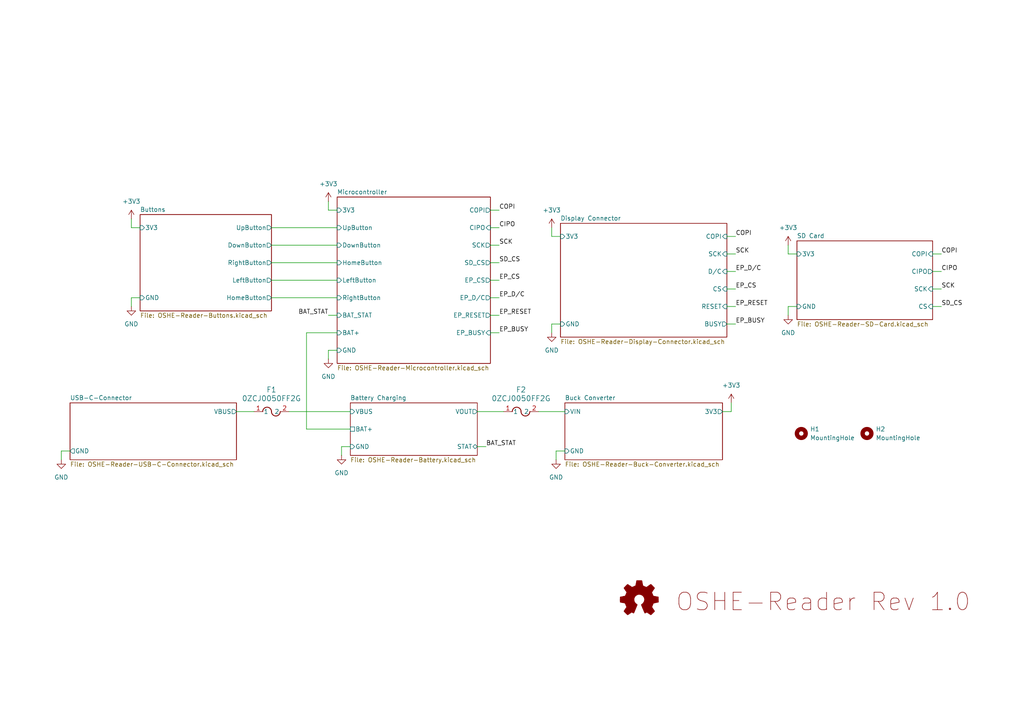
<source format=kicad_sch>
(kicad_sch (version 20250114) (generator "eeschema") (generator_version "9.0")
  (paper "A4")
  (lib_symbols
    (symbol "0ZCJ0050FF2G:0ZCJ0050FF2G" (pin_names (offset 0.254))
      (property "Reference" "F" (at 5.08 3.175 0))
      (property "Value" "0ZCJ0050FF2G" (at 5.08 -3.175 0))
      (symbol "0ZCJ0050FF2G_0_1"
        (arc (start 2.54 0) (mid 3.81 1.2645) (end 5.08 0) (stroke (width 0.254)))
        (arc (start 7.62 0) (mid 6.35 -1.2645) (end 5.08 0) (stroke (width 0.254)))
        (pin unspecified line (at 0 0 0) (length 2.54) (name "1") (number "1"))
        (pin unspecified line (at 10.16 0 180) (length 2.54) (name "2") (number "2"))
      )
    )
    (symbol "Graphic:Logo_Open_Hardware_Small" (in_bom no) (on_board no)
      (symbol "Logo_Open_Hardware_Small_0_1"
        (polyline (pts (xy 3.3528 -4.3434) (xy 3.302 -4.318) (xy 3.175 -4.2418) (xy 2.9972 -4.1148) (xy 2.7686 -3.9624) (xy 2.54 -3.81) (xy 2.3622 -3.7084) (xy 2.2352 -3.6068) (xy 2.1844 -3.5814) (xy 2.159 -3.6068) (xy 2.0574 -3.6576) (xy 1.905 -3.7338) (xy 1.8034 -3.7846) (xy 1.6764 -3.8354) (xy 1.6002 -3.8354) (xy 1.6002 -3.8354) (xy 1.5494 -3.7338) (xy 1.4732 -3.5306) (xy 1.3462 -3.302) (xy 1.2446 -3.0226) (xy 1.1176 -2.7178) (xy 0.9652 -2.413) (xy 0.8636 -2.1082) (xy 0.7366 -1.8288) (xy 0.6604 -1.6256) (xy 0.6096 -1.4732) (xy 0.5842 -1.397) (xy 0.5842 -1.397) (xy 0.6604 -1.3208) (xy 0.7874 -1.2446) (xy 1.0414 -1.016) (xy 1.2954 -0.6858) (xy 1.4478 -0.3302) (xy 1.524 0.0762) (xy 1.4732 0.4572) (xy 1.3208 0.8128) (xy 1.0668 1.143) (xy 0.762 1.3716) (xy 0.4064 1.524) (xy 0 1.5748) (xy -0.381 1.5494) (xy -0.7366 1.397) (xy -1.0668 1.143) (xy -1.2192 0.9906) (xy -1.397 0.6604) (xy -1.524 0.3048) (xy -1.524 0.2286) (xy -1.4986 -0.1778) (xy -1.397 -0.5334) (xy -1.1938 -0.8636) (xy -0.9144 -1.143) (xy -0.8636 -1.1684) (xy -0.7366 -1.27) (xy -0.635 -1.3462) (xy -0.5842 -1.397) (xy -1.0668 -2.5908) (xy -1.143 -2.794) (xy -1.2954 -3.1242) (xy -1.397 -3.4036) (xy -1.4986 -3.6322) (xy -1.5748 -3.7846) (xy -1.6002 -3.8354) (xy -1.6002 -3.8354) (xy -1.651 -3.8354) (xy -1.7272 -3.81) (xy -1.905 -3.7338) (xy -2.0066 -3.683) (xy -2.1336 -3.6068) (xy -2.2098 -3.5814) (xy -2.2606 -3.6068) (xy -2.3622 -3.683) (xy -2.54 -3.81) (xy -2.7686 -3.9624) (xy -2.9718 -4.0894) (xy -3.1496 -4.2164) (xy -3.302 -4.318) (xy -3.3528 -4.3434) (xy -3.3782 -4.3434) (xy -3.429 -4.318) (xy -3.5306 -4.2164) (xy -3.7084 -4.064) (xy -3.937 -3.8354) (xy -3.9624 -3.81) (xy -4.1656 -3.6068) (xy -4.318 -3.4544) (xy -4.4196 -3.3274) (xy -4.445 -3.2766) (xy -4.445 -3.2766) (xy -4.4196 -3.2258) (xy -4.318 -3.0734) (xy -4.2164 -2.8956) (xy -4.064 -2.667) (xy -3.6576 -2.0828) (xy -3.8862 -1.5494) (xy -3.937 -1.3716) (xy -4.0386 -1.1684) (xy -4.0894 -1.0414) (xy -4.1148 -0.9652) (xy -4.191 -0.9398) (xy -4.318 -0.9144) (xy -4.5466 -0.8636) (xy -4.8006 -0.8128) (xy -5.0546 -0.7874) (xy -5.2578 -0.7366) (xy -5.4356 -0.7112) (xy -5.5118 -0.6858) (xy -5.5118 -0.6858) (xy -5.5372 -0.635) (xy -5.5372 -0.5588) (xy -5.5372 -0.4318) (xy -5.5626 -0.2286) (xy -5.5626 0.0762) (xy -5.5626 0.127) (xy -5.5372 0.4064) (xy -5.5372 0.635) (xy -5.5372 0.762) (xy -5.5372 0.8382) (xy -5.5372 0.8382) (xy -5.461 0.8382) (xy -5.3086 0.889) (xy -5.08 0.9144) (xy -4.826 0.9652) (xy -4.8006 0.9906) (xy -4.5466 1.0414) (xy -4.318 1.0668) (xy -4.1656 1.1176) (xy -4.0894 1.143) (xy -4.0894 1.143) (xy -4.0386 1.2446) (xy -3.9624 1.4224) (xy -3.8608 1.6256) (xy -3.7846 1.8288) (xy -3.7084 2.0066) (xy -3.6576 2.159) (xy -3.6322 2.2098) (xy -3.6322 2.2098) (xy -3.683 2.286) (xy -3.7592 2.413) (xy -3.8862 2.5908) (xy -4.064 2.8194) (xy -4.064 2.8448) (xy -4.2164 3.0734) (xy -4.3434 3.2512) (xy -4.4196 3.3782) (xy -4.445 3.4544) (xy -4.445 3.4544) (xy -4.3942 3.5052) (xy -4.2926 3.6322) (xy -4.1148 3.81) (xy -3.937 4.0132) (xy -3.8608 4.064) (xy -3.6576 4.2926) (xy -3.5052 4.4196) (xy -3.4036 4.4958) (xy -3.3528 4.5212) (xy -3.3528 4.5212) (xy -3.302 4.4704) (xy -3.1496 4.3688) (xy -2.9718 4.2418) (xy -2.7432 4.0894) (xy -2.7178 4.0894) (xy -2.4892 3.937) (xy -2.3114 3.81) (xy -2.1844 3.7084) (xy -2.1336 3.683) (xy -2.1082 3.683) (xy -2.032 3.7084) (xy -1.8542 3.7592) (xy -1.6764 3.8354) (xy -1.4732 3.937) (xy -1.27 4.0132) (xy -1.143 4.064) (xy -1.0668 4.1148) (xy -1.0668 4.1148) (xy -1.0414 4.191) (xy -1.016 4.3434) (xy -0.9652 4.572) (xy -0.9144 4.8514) (xy -0.889 4.9022) (xy -0.8382 5.1562) (xy -0.8128 5.3848) (xy -0.7874 5.5372) (xy -0.762 5.588) (xy -0.7112 5.6134) (xy -0.5842 5.6134) (xy -0.4064 5.6134) (xy -0.1524 5.6134) (xy 0.0762 5.6134) (xy 0.3302 5.6134) (xy 0.5334 5.6134) (xy 0.6858 5.588) (xy 0.7366 5.588) (xy 0.7366 5.588) (xy 0.762 5.5118) (xy 0.8128 5.334) (xy 0.8382 5.1054) (xy 0.9144 4.826) (xy 0.9144 4.7752) (xy 0.9652 4.5212) (xy 1.016 4.2926) (xy 1.0414 4.1402) (xy 1.0668 4.0894) (xy 1.0668 4.0894) (xy 1.1938 4.0386) (xy 1.3716 3.9624) (xy 1.5748 3.8608) (xy 2.0828 3.6576) (xy 2.7178 4.0894) (xy 2.7686 4.1402) (xy 2.9972 4.2926) (xy 3.175 4.4196) (xy 3.302 4.4958) (xy 3.3782 4.5212) (xy 3.3782 4.5212) (xy 3.429 4.4704) (xy 3.556 4.3434) (xy 3.7338 4.191) (xy 3.9116 3.9878) (xy 4.064 3.8354) (xy 4.2418 3.6576) (xy 4.3434 3.556) (xy 4.4196 3.4798) (xy 4.4196 3.429) (xy 4.4196 3.4036) (xy 4.3942 3.3274) (xy 4.2926 3.2004) (xy 4.1656 2.9972) (xy 4.0132 2.794) (xy 3.8862 2.5908) (xy 3.7592 2.3876) (xy 3.6576 2.2352) (xy 3.6322 2.159) (xy 3.6322 2.1336) (xy 3.683 2.0066) (xy 3.7592 1.8288) (xy 3.8608 1.6002) (xy 4.064 1.1176) (xy 4.3942 1.0414) (xy 4.5974 1.016) (xy 4.8768 0.9652) (xy 5.1308 0.9144) (xy 5.5372 0.8382) (xy 5.5626 -0.6604) (xy 5.4864 -0.6858) (xy 5.4356 -0.6858) (xy 5.2832 -0.7366) (xy 5.0546 -0.762) (xy 4.8006 -0.8128) (xy 4.5974 -0.8636) (xy 4.3688 -0.9144) (xy 4.2164 -0.9398) (xy 4.1402 -0.9398) (xy 4.1148 -0.9652) (xy 4.064 -1.0668) (xy 3.9878 -1.2446) (xy 3.9116 -1.4478) (xy 3.81 -1.651) (xy 3.7338 -1.8542) (xy 3.683 -2.0066) (xy 3.6576 -2.0828) (xy 3.683 -2.1336) (xy 3.7846 -2.2606) (xy 3.8862 -2.4638) (xy 4.0386 -2.667) (xy 4.191 -2.8956) (xy 4.318 -3.0734) (xy 4.3942 -3.2004) (xy 4.445 -3.2766) (xy 4.4196 -3.3274) (xy 4.3434 -3.429) (xy 4.1656 -3.5814) (xy 3.937 -3.8354) (xy 3.8862 -3.8608) (xy 3.683 -4.064) (xy 3.5306 -4.2164) (xy 3.4036 -4.318) (xy 3.3528 -4.3434)) (fill (type outline)))
      )
    )
    (symbol "Mechanical:MountingHole" (pin_names (offset 1.016)) (in_bom no)
      (property "Reference" "H" (at 0 5.08 0))
      (property "Value" "MountingHole" (at 0 3.175 0))
      (symbol "MountingHole_0_1"
        (circle (center 0 0) (radius 1.27) (stroke (width 1.27)))
      )
    )
    (symbol "power:+3V3" (power) (pin_numbers (hide yes)) (pin_names (offset 0) (hide yes))
      (property "Value" "+3V3" (at 0 3.556 0))
      (symbol "+3V3_0_1"
        (polyline (pts (xy -0.762 1.27) (xy 0 2.54)))
        (polyline (pts (xy 0 2.54) (xy 0.762 1.27)))
        (polyline (pts (xy 0 0) (xy 0 2.54)))
      )
      (symbol "+3V3_1_1"
        (pin power_in line (at 0 0 90) (length 0) (name "~") (number "1"))
      )
    )
    (symbol "power:GND" (power) (pin_numbers (hide yes)) (pin_names (offset 0) (hide yes))
      (property "Value" "GND" (at 0 -3.81 0))
      (symbol "GND_0_1"
        (polyline (pts (xy 0 0) (xy 0 -1.27) (xy 1.27 -1.27) (xy 0 -2.54) (xy -1.27 -1.27) (xy 0 -1.27)))
      )
      (symbol "GND_1_1"
        (pin power_in line (at 0 0 270) (length 0) (name "~") (number "1"))
      )
    )
  )
  (text "OSHE-Reader Rev 1.0" (at 238.76 174.752 0) (effects (font (size 5.08 5.08))))
  (wire (pts (xy 270.51 73.66) (xy 273.05 73.66)))
  (wire (pts (xy 210.82 78.74) (xy 213.36 78.74)))
  (wire (pts (xy 210.82 88.9) (xy 213.36 88.9)))
  (wire (pts (xy 270.51 83.82) (xy 273.05 83.82)))
  (wire (pts (xy 210.82 93.98) (xy 213.36 93.98)))
  (wire (pts (xy 142.24 66.04) (xy 144.78 66.04)))
  (wire (pts (xy 138.43 119.38) (xy 146.05 119.38)))
  (wire (pts (xy 95.25 60.96) (xy 97.79 60.96)))
  (wire (pts (xy 88.9 124.46) (xy 101.6 124.46)))
  (wire (pts (xy 270.51 88.9) (xy 273.05 88.9)))
  (wire (pts (xy 83.82 119.38) (xy 101.6 119.38)))
  (wire (pts (xy 38.1 86.36) (xy 40.64 86.36)))
  (wire (pts (xy 228.6 88.9) (xy 228.6 91.44)))
  (wire (pts (xy 142.24 76.2) (xy 144.78 76.2)))
  (wire (pts (xy 97.79 101.6) (xy 95.25 101.6)))
  (wire (pts (xy 17.78 130.81) (xy 20.32 130.81)))
  (wire (pts (xy 38.1 86.36) (xy 38.1 88.9)))
  (wire (pts (xy 212.09 116.84) (xy 212.09 119.38)))
  (wire (pts (xy 17.78 130.81) (xy 17.78 133.35)))
  (wire (pts (xy 142.24 96.52) (xy 144.78 96.52)))
  (wire (pts (xy 38.1 66.04) (xy 40.64 66.04)))
  (wire (pts (xy 68.58 119.38) (xy 73.66 119.38)))
  (wire (pts (xy 142.24 71.12) (xy 144.78 71.12)))
  (wire (pts (xy 142.24 60.96) (xy 144.78 60.96)))
  (wire (pts (xy 78.74 81.28) (xy 97.79 81.28)))
  (wire (pts (xy 78.74 71.12) (xy 97.79 71.12)))
  (wire (pts (xy 228.6 73.66) (xy 231.14 73.66)))
  (wire (pts (xy 78.74 76.2) (xy 97.79 76.2)))
  (wire (pts (xy 142.24 86.36) (xy 144.78 86.36)))
  (wire (pts (xy 95.25 58.42) (xy 95.25 60.96)))
  (wire (pts (xy 161.29 130.81) (xy 161.29 133.35)))
  (wire (pts (xy 88.9 96.52) (xy 88.9 124.46)))
  (wire (pts (xy 95.25 91.44) (xy 97.79 91.44)))
  (wire (pts (xy 210.82 83.82) (xy 213.36 83.82)))
  (wire (pts (xy 97.79 96.52) (xy 88.9 96.52)))
  (wire (pts (xy 162.56 93.98) (xy 160.02 93.98)))
  (wire (pts (xy 209.55 119.38) (xy 212.09 119.38)))
  (wire (pts (xy 138.43 129.54) (xy 140.97 129.54)))
  (wire (pts (xy 270.51 78.74) (xy 273.05 78.74)))
  (wire (pts (xy 228.6 71.12) (xy 228.6 73.66)))
  (wire (pts (xy 38.1 63.5) (xy 38.1 66.04)))
  (wire (pts (xy 99.06 129.54) (xy 99.06 132.08)))
  (wire (pts (xy 160.02 93.98) (xy 160.02 96.52)))
  (wire (pts (xy 156.21 119.38) (xy 163.83 119.38)))
  (wire (pts (xy 78.74 66.04) (xy 97.79 66.04)))
  (wire (pts (xy 142.24 81.28) (xy 144.78 81.28)))
  (wire (pts (xy 231.14 88.9) (xy 228.6 88.9)))
  (wire (pts (xy 101.6 129.54) (xy 99.06 129.54)))
  (wire (pts (xy 210.82 73.66) (xy 213.36 73.66)))
  (wire (pts (xy 95.25 101.6) (xy 95.25 104.14)))
  (wire (pts (xy 161.29 130.81) (xy 163.83 130.81)))
  (wire (pts (xy 78.74 86.36) (xy 97.79 86.36)))
  (wire (pts (xy 210.82 68.58) (xy 213.36 68.58)))
  (wire (pts (xy 160.02 68.58) (xy 162.56 68.58)))
  (wire (pts (xy 142.24 91.44) (xy 144.78 91.44)))
  (wire (pts (xy 160.02 66.04) (xy 160.02 68.58)))
  (label "COPI" (at 273.05 73.66 0))
  (label "SD_CS" (at 273.05 88.9 0))
  (label "COPI" (at 144.78 60.96 0))
  (label "EP_D{slash}C" (at 144.78 86.36 0))
  (label "CIPO" (at 144.78 66.04 0))
  (label "EP_CS" (at 213.36 83.82 0))
  (label "COPI" (at 213.36 68.58 0))
  (label "EP_RESET" (at 144.78 91.44 0))
  (label "EP_BUSY" (at 213.36 93.98 0))
  (label "SCK" (at 213.36 73.66 0))
  (label "BAT_STAT" (at 95.25 91.44 180))
  (label "SD_CS" (at 144.78 76.2 0))
  (label "EP_CS" (at 144.78 81.28 0))
  (label "SCK" (at 273.05 83.82 0))
  (label "EP_BUSY" (at 144.78 96.52 0))
  (label "EP_D{slash}C" (at 213.36 78.74 0))
  (label "CIPO" (at 273.05 78.74 0))
  (label "BAT_STAT" (at 140.97 129.54 0))
  (label "SCK" (at 144.78 71.12 0))
  (label "EP_RESET" (at 213.36 88.9 0))
  (symbol (lib_id "power:GND") (at 160.02 96.52 0) (unit 1)
    (property "Reference" "#PWR08" (effects (hide yes)))
    (property "Value" "GND" (at 160.02 101.6 0))
    (property "Description" "Power symbol creates a global label with name \"GND\" , ground" (effects (hide yes)))
  )
  (symbol (lib_id "power:+3V3") (at 95.25 58.42 0) (unit 1)
    (property "Reference" "#PWR010" (effects (hide yes)))
    (property "Value" "+3V3" (at 95.25 53.34 0))
    (property "Description" "Power symbol creates a global label with name \"+3V3\"" (effects (hide yes)))
  )
  (symbol (lib_id "power:GND") (at 99.06 132.08 0) (unit 1)
    (property "Reference" "#PWR02" (effects (hide yes)))
    (property "Value" "GND" (at 99.06 137.16 0))
    (property "Description" "Power symbol creates a global label with name \"GND\" , ground" (effects (hide yes)))
  )
  (symbol (lib_id "Mechanical:MountingHole") (at 232.41 125.73 0) (unit 1) (in_bom no)
    (property "Reference" "H1" (at 234.95 124.4599 0) (effects (justify left)))
    (property "Value" "MountingHole" (at 234.95 126.9999 0) (effects (justify left)))
    (property "Footprint" "MountingHole:MountingHole_3.2mm_M3" (effects (hide yes)))
    (property "Description" "Mounting Hole without connection" (effects (hide yes)))
  )
  (symbol (lib_id "power:+3V3") (at 160.02 66.04 0) (unit 1)
    (property "Reference" "#PWR07" (effects (hide yes)))
    (property "Value" "+3V3" (at 160.02 60.96 0))
    (property "Description" "Power symbol creates a global label with name \"+3V3\"" (effects (hide yes)))
  )
  (symbol (lib_id "Mechanical:MountingHole") (at 251.46 125.73 0) (unit 1) (in_bom no)
    (property "Reference" "H2" (at 254 124.4599 0) (effects (justify left)))
    (property "Value" "MountingHole" (at 254 126.9999 0) (effects (justify left)))
    (property "Footprint" "MountingHole:MountingHole_3.2mm_M3" (effects (hide yes)))
    (property "Description" "Mounting Hole without connection" (effects (hide yes)))
  )
  (symbol (lib_id "0ZCJ0050FF2G:0ZCJ0050FF2G") (at 73.66 119.38 0) (unit 1)
    (property "Reference" "F1" (at 78.74 113.03 0) (effects (font (size 1.524 1.524))))
    (property "Value" "0ZCJ0050FF2G" (at 78.74 115.57 0) (effects (font (size 1.524 1.524))))
    (property "Footprint" "0ZCJ0050FF2G:0ZCJ_BEL" (effects (hide yes)))
    (property "Datasheet" "0ZCJ0050FF2G" (effects (hide yes)))
  )
  (symbol (lib_id "power:GND") (at 38.1 88.9 0) (unit 1)
    (property "Reference" "#PWR013" (effects (hide yes)))
    (property "Value" "GND" (at 38.1 93.98 0))
    (property "Description" "Power symbol creates a global label with name \"GND\" , ground" (effects (hide yes)))
  )
  (symbol (lib_id "power:+3V3") (at 228.6 71.12 0) (unit 1)
    (property "Reference" "#PWR09" (effects (hide yes)))
    (property "Value" "+3V3" (at 228.6 66.04 0))
    (property "Description" "Power symbol creates a global label with name \"+3V3\"" (effects (hide yes)))
  )
  (symbol (lib_id "power:GND") (at 161.29 133.35 0) (unit 1)
    (property "Reference" "#PWR03" (effects (hide yes)))
    (property "Value" "GND" (at 161.29 138.43 0))
    (property "Description" "Power symbol creates a global label with name \"GND\" , ground" (effects (hide yes)))
  )
  (symbol (lib_id "0ZCJ0050FF2G:0ZCJ0050FF2G") (at 146.05 119.38 0) (unit 1)
    (property "Reference" "F2" (at 151.13 113.03 0) (effects (font (size 1.524 1.524))))
    (property "Value" "0ZCJ0050FF2G" (at 151.13 115.57 0) (effects (font (size 1.524 1.524))))
    (property "Footprint" "0ZCJ0050FF2G:0ZCJ_BEL" (effects (hide yes)))
    (property "Datasheet" "0ZCJ0050FF2G" (effects (hide yes)))
  )
  (symbol (lib_id "Graphic:Logo_Open_Hardware_Small") (at 185.42 173.99 0) (unit 1) (in_bom no) (on_board no)
    (property "Reference" "#SYM1" (effects (hide yes)))
    (property "Value" "Logo_Open_Hardware_Small" (effects (hide yes)))
    (property "Description" "Open Hardware logo, small" (effects (hide yes)))
    (property "Sim.Enable" "0" (effects (hide yes)))
  )
  (symbol (lib_id "power:+3V3") (at 38.1 63.5 0) (unit 1)
    (property "Reference" "#PWR06" (effects (hide yes)))
    (property "Value" "+3V3" (at 38.1 58.42 0))
    (property "Description" "Power symbol creates a global label with name \"+3V3\"" (effects (hide yes)))
  )
  (symbol (lib_id "power:+3V3") (at 212.09 116.84 0) (unit 1)
    (property "Reference" "#PWR04" (effects (hide yes)))
    (property "Value" "+3V3" (at 212.09 111.76 0))
    (property "Description" "Power symbol creates a global label with name \"+3V3\"" (effects (hide yes)))
  )
  (symbol (lib_id "power:GND") (at 17.78 133.35 0) (unit 1)
    (property "Reference" "#PWR01" (effects (hide yes)))
    (property "Value" "GND" (at 17.78 138.43 0))
    (property "Description" "Power symbol creates a global label with name \"GND\" , ground" (effects (hide yes)))
  )
  (symbol (lib_id "power:GND") (at 95.25 104.14 0) (unit 1)
    (property "Reference" "#PWR011" (effects (hide yes)))
    (property "Value" "GND" (at 95.25 109.22 0))
    (property "Description" "Power symbol creates a global label with name \"GND\" , ground" (effects (hide yes)))
  )
  (symbol (lib_id "power:GND") (at 228.6 91.44 0) (unit 1)
    (property "Reference" "#PWR012" (effects (hide yes)))
    (property "Value" "GND" (at 228.6 96.52 0))
    (property "Description" "Power symbol creates a global label with name \"GND\" , ground" (effects (hide yes)))
  )
  (sheet (at 20.32 116.84) (size 48.26 16.51) (stroke (width 0.1524))
    (property "Sheetname" "USB-C-Connector" (at 20.32 116.1284 0) (effects (justify left bottom)))
    (property "Sheetfile" "OSHE-Reader-USB-C-Connector.kicad_sch" (at 20.32 133.9346 0) (effects (justify left top)))
    (pin "VBUS" output (at 68.58 119.38 0))
    (pin "GND" output (at 20.32 130.81 180))
  )
  (sheet (at 97.79 57.15) (size 44.45 48.26) (stroke (width 0.1524))
    (property "Sheetname" "Microcontroller" (at 97.79 56.4384 0) (effects (justify left bottom)))
    (property "Sheetfile" "OSHE-Reader-Microcontroller.kicad_sch" (at 97.79 105.9946 0) (effects (justify left top)))
    (pin "GND" input (at 97.79 101.6 180))
    (pin "3V3" input (at 97.79 60.96 180))
    (pin "EP_CS" output (at 142.24 81.28 0))
    (pin "COPI" output (at 142.24 60.96 0))
    (pin "SCK" output (at 142.24 71.12 0))
    (pin "SD_CS" output (at 142.24 76.2 0))
    (pin "CIPO" input (at 142.24 66.04 0))
    (pin "BAT+" input (at 97.79 96.52 180))
    (pin "HomeButton" input (at 97.79 76.2 180))
    (pin "UpButton" input (at 97.79 66.04 180))
    (pin "LeftButton" input (at 97.79 81.28 180))
    (pin "RightButton" input (at 97.79 86.36 180))
    (pin "DownButton" input (at 97.79 71.12 180))
    (pin "BAT_STAT" input (at 97.79 91.44 180))
    (pin "EP_BUSY" input (at 142.24 96.52 0))
    (pin "EP_RESET" output (at 142.24 91.44 0))
    (pin "EP_D{slash}C" output (at 142.24 86.36 0))
  )
  (sheet (at 101.6 116.84) (size 36.83 15.24) (stroke (width 0.1524))
    (property "Sheetname" "Battery Charging" (at 101.6 116.1284 0) (effects (justify left bottom)))
    (property "Sheetfile" "OSHE-Reader-Battery.kicad_sch" (at 101.6 132.6646 0) (effects (justify left top)))
    (pin "GND" input (at 101.6 129.54 180))
    (pin "STAT" tri_state (at 138.43 129.54 0))
    (pin "BAT+" passive (at 101.6 124.46 180))
    (pin "VOUT" output (at 138.43 119.38 0))
    (pin "VBUS" input (at 101.6 119.38 180))
  )
  (sheet (at 40.64 62.23) (size 38.1 27.94) (stroke (width 0.1524))
    (property "Sheetname" "Buttons" (at 40.64 61.5184 0) (effects (justify left bottom)))
    (property "Sheetfile" "OSHE-Reader-Buttons.kicad_sch" (at 40.64 90.7546 0) (effects (justify left top)))
    (pin "UpButton" output (at 78.74 66.04 0))
    (pin "RightButton" output (at 78.74 76.2 0))
    (pin "DownButton" output (at 78.74 71.12 0))
    (pin "3V3" input (at 40.64 66.04 180))
    (pin "HomeButton" output (at 78.74 86.36 0))
    (pin "LeftButton" output (at 78.74 81.28 0))
    (pin "GND" input (at 40.64 86.36 180))
  )
  (sheet (at 162.56 64.77) (size 48.26 33.02) (stroke (width 0.1524))
    (property "Sheetname" "Display Connector" (at 162.56 64.0584 0) (effects (justify left bottom)))
    (property "Sheetfile" "OSHE-Reader-Display-Connector.kicad_sch" (at 162.56 98.3746 0) (effects (justify left top)))
    (pin "GND" input (at 162.56 93.98 180))
    (pin "COPI" input (at 210.82 68.58 0))
    (pin "3V3" input (at 162.56 68.58 180))
    (pin "CS" input (at 210.82 83.82 0))
    (pin "SCK" input (at 210.82 73.66 0))
    (pin "D{slash}C" input (at 210.82 78.74 0))
    (pin "RESET" input (at 210.82 88.9 0))
    (pin "BUSY" output (at 210.82 93.98 0))
  )
  (sheet (at 163.83 116.84) (size 45.72 16.51) (stroke (width 0.1524))
    (property "Sheetname" "Buck Converter" (at 163.83 116.1284 0) (effects (justify left bottom)))
    (property "Sheetfile" "OSHE-Reader-Buck-Converter.kicad_sch" (at 163.83 133.9346 0) (effects (justify left top)))
    (pin "GND" input (at 163.83 130.81 180))
    (pin "VIN" input (at 163.83 119.38 180))
    (pin "3V3" output (at 209.55 119.38 0))
  )
  (sheet (at 231.14 69.85) (size 39.37 22.86) (stroke (width 0.1524))
    (property "Sheetname" "SD Card" (at 231.14 69.1384 0) (effects (justify left bottom)))
    (property "Sheetfile" "OSHE-Reader-SD-Card.kicad_sch" (at 231.14 93.2946 0) (effects (justify left top)))
    (pin "CS" input (at 270.51 88.9 0))
    (pin "SCK" input (at 270.51 83.82 0))
    (pin "3V3" input (at 231.14 73.66 180))
    (pin "CIPO" output (at 270.51 78.74 0))
    (pin "COPI" input (at 270.51 73.66 0))
    (pin "GND" input (at 231.14 88.9 180))
  )
)
</source>
